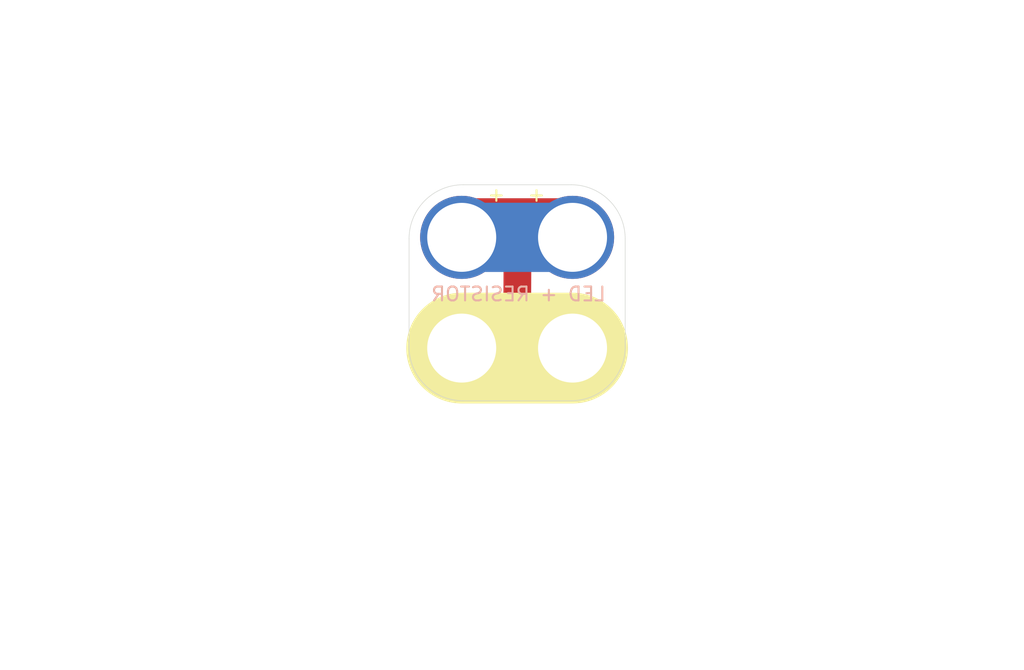
<source format=kicad_pcb>
(kicad_pcb (version 4) (host pcbnew 4.0.4+e1-6308~48~ubuntu16.04.1-stable)

  (general
    (links 0)
    (no_connects 0)
    (area 104.572999 74.854999 178.510001 123.265001)
    (thickness 1.6)
    (drawings 17)
    (tracks 0)
    (zones 0)
    (modules 1)
    (nets 1)
  )

  (page USLetter)
  (title_block
    (title "2x2 Resistor-limited SMT LED Module")
    (date "December 15, 2016")
    (rev 1.0)
    (company "All rights reserved.")
    (comment 1 help@browndoggadgets.com)
    (comment 2 http://browndoggadgets.com/)
    (comment 3 "Brown Dog Gadgets")
  )

  (layers
    (0 F.Cu signal)
    (31 B.Cu signal)
    (34 B.Paste user)
    (35 F.Paste user)
    (36 B.SilkS user)
    (37 F.SilkS user)
    (38 B.Mask user)
    (39 F.Mask user)
    (44 Edge.Cuts user)
    (46 B.CrtYd user)
    (47 F.CrtYd user)
    (48 B.Fab user)
    (49 F.Fab user)
  )

  (setup
    (last_trace_width 0.254)
    (user_trace_width 0.1524)
    (user_trace_width 0.254)
    (user_trace_width 0.3302)
    (user_trace_width 0.508)
    (user_trace_width 0.762)
    (user_trace_width 1.27)
    (trace_clearance 0.254)
    (zone_clearance 0.508)
    (zone_45_only no)
    (trace_min 0.1524)
    (segment_width 0.1524)
    (edge_width 0.1524)
    (via_size 0.6858)
    (via_drill 0.3302)
    (via_min_size 0.6858)
    (via_min_drill 0.3302)
    (user_via 0.6858 0.3302)
    (user_via 0.762 0.4064)
    (user_via 0.8636 0.508)
    (uvia_size 0.6858)
    (uvia_drill 0.3302)
    (uvias_allowed no)
    (uvia_min_size 0)
    (uvia_min_drill 0)
    (pcb_text_width 0.1524)
    (pcb_text_size 1.016 1.016)
    (mod_edge_width 0.1524)
    (mod_text_size 1.016 1.016)
    (mod_text_width 0.1524)
    (pad_size 1.524 1.524)
    (pad_drill 0.762)
    (pad_to_mask_clearance 0.0762)
    (solder_mask_min_width 0.1016)
    (pad_to_paste_clearance -0.0762)
    (aux_axis_origin 0 0)
    (visible_elements FFFEDF7D)
    (pcbplotparams
      (layerselection 0x310fc_80000001)
      (usegerberextensions true)
      (excludeedgelayer true)
      (linewidth 0.100000)
      (plotframeref false)
      (viasonmask false)
      (mode 1)
      (useauxorigin false)
      (hpglpennumber 1)
      (hpglpenspeed 20)
      (hpglpendiameter 15)
      (hpglpenoverlay 2)
      (psnegative false)
      (psa4output false)
      (plotreference true)
      (plotvalue true)
      (plotinvisibletext false)
      (padsonsilk false)
      (subtractmaskfromsilk false)
      (outputformat 1)
      (mirror false)
      (drillshape 0)
      (scaleselection 1)
      (outputdirectory gerbers))
  )

  (net 0 "")

  (net_class Default "This is the default net class."
    (clearance 0.254)
    (trace_width 0.254)
    (via_dia 0.6858)
    (via_drill 0.3302)
    (uvia_dia 0.6858)
    (uvia_drill 0.3302)
  )

  (module Rewire_Circuits:LED-LIMITED-SMT-1206-2x2 (layer F.Cu) (tedit 58531B95) (tstamp 58532ED1)
    (at 137.9 100)
    (descr "1206 surface mount centered 2x2")
    (fp_text reference "LED + RESISTOR" (at 4.1 -3.9) (layer B.SilkS)
      (effects (font (size 1 1) (thickness 0.15)) (justify mirror))
    )
    (fp_text value 1206-SMT-2x2 (at 4.1 -3.9) (layer F.Fab) hide
      (effects (font (size 1 1) (thickness 0.15)))
    )
    (fp_line (start 3 -3) (end 3 -2) (layer F.Fab) (width 0.04064))
    (fp_line (start 5 -3) (end 3 -3) (layer F.Fab) (width 0.04064))
    (fp_line (start 5 3) (end 5 -3) (layer F.Fab) (width 0.04064))
    (fp_line (start 3 3) (end 5 3) (layer F.Fab) (width 0.04064))
    (fp_line (start 3 -2) (end 3 3) (layer F.Fab) (width 0.04064))
    (fp_line (start 3 -5) (end 3 -11) (layer F.Fab) (width 0.04064))
    (fp_line (start 5 -5) (end 3 -5) (layer F.Fab) (width 0.04064))
    (fp_line (start 5 -11) (end 5 -5) (layer F.Fab) (width 0.04064))
    (fp_line (start 3 -11) (end 5 -11) (layer F.Fab) (width 0.04064))
    (fp_text user - (at 4 2) (layer F.Fab)
      (effects (font (size 1 1) (thickness 0.15)))
    )
    (fp_text user + (at 4 -2) (layer F.Fab)
      (effects (font (size 1 1) (thickness 0.15)))
    )
    (fp_text user LED (at 4 0 90) (layer F.Fab)
      (effects (font (size 1 1) (thickness 0.15)))
    )
    (fp_text user RES (at 4 -8 90) (layer F.Fab)
      (effects (font (size 1 1) (thickness 0.15)))
    )
    (fp_line (start 0 0) (end 8 0) (layer F.SilkS) (width 8))
    (fp_text user %R (at 3.95 -4) (layer F.Fab)
      (effects (font (size 1 1) (thickness 0.15)))
    )
    (fp_line (start -0.2 -9.825) (end 7.925 -9.825) (layer F.Cu) (width 2))
    (fp_line (start 0 0) (end 7.9 0) (layer B.Cu) (width 5))
    (fp_text user + (at 2.5 -11.1) (layer F.SilkS)
      (effects (font (size 1 1) (thickness 0.15)))
    )
    (fp_text user + (at 5.4 -11.1) (layer F.SilkS)
      (effects (font (size 1 1) (thickness 0.15)))
    )
    (fp_line (start 0 0) (end 7.9 0) (layer B.Mask) (width 5))
    (fp_line (start 0 -8) (end 7.9 -8) (layer B.Cu) (width 5))
    (fp_line (start 0 -8) (end 7.9 -8) (layer B.Mask) (width 5))
    (fp_line (start 4 -1.85) (end 4.025 -6.275) (layer F.Cu) (width 2))
    (fp_line (start 0.05 1.75) (end 8.175 1.75) (layer F.Cu) (width 2))
    (fp_line (start 7.9 -11.8) (end 0.1 -11.8) (layer F.Fab) (width 0.04064))
    (fp_line (start 7.9 3.8) (end 0.1 3.8) (layer F.Fab) (width 0.04064))
    (fp_line (start 11.8 -0.1) (end 11.8 -7.9) (layer F.Fab) (width 0.04064))
    (fp_line (start -3.8 -0.1) (end -3.8 -7.9) (layer F.Fab) (width 0.04064))
    (fp_arc (start 7.9 -7.9) (end 7.9 -11.8) (angle 90) (layer F.Fab) (width 0.04064))
    (fp_arc (start 7.9 -0.1) (end 11.8 -0.1) (angle 90) (layer F.Fab) (width 0.04064))
    (fp_arc (start 0.1 -0.1) (end 0.1 3.8) (angle 90) (layer F.Fab) (width 0.04064))
    (fp_arc (start 0.1 -7.9) (end -3.8 -7.9) (angle 90) (layer F.Fab) (width 0.04064))
    (fp_line (start 7.9 -11.8) (end 0.1 -11.8) (layer Edge.Cuts) (width 0.04064))
    (fp_line (start 7.9 3.8) (end 0.1 3.8) (layer Edge.Cuts) (width 0.04064))
    (fp_line (start 11.8 -0.1) (end 11.8 -7.9) (layer Edge.Cuts) (width 0.04064))
    (fp_line (start -3.8 -0.1) (end -3.8 -7.9) (layer Edge.Cuts) (width 0.04064))
    (fp_arc (start 7.9 -7.9) (end 7.9 -11.8) (angle 90) (layer Edge.Cuts) (width 0.04064))
    (fp_arc (start 7.9 -0.1) (end 11.8 -0.1) (angle 90) (layer Edge.Cuts) (width 0.04064))
    (fp_arc (start 0.1 -0.1) (end 0.1 3.8) (angle 90) (layer Edge.Cuts) (width 0.04064))
    (fp_arc (start 0.1 -7.9) (end -3.8 -7.9) (angle 90) (layer Edge.Cuts) (width 0.04064))
    (pad 1 smd rect (at 4 -9.81) (size 1.6 1.5) (layers F.Cu F.Paste F.Mask))
    (pad 2 thru_hole circle (at 0 0) (size 6 6) (drill 4.98) (layers *.Cu *.Mask))
    (pad 1 thru_hole circle (at 0 -8) (size 6 6) (drill 4.98) (layers *.Cu *.Mask))
    (pad 1 thru_hole circle (at 8 -8) (size 6 6) (drill 4.98) (layers *.Cu *.Mask))
    (pad 2 thru_hole circle (at 8 0) (size 6 6) (drill 4.98) (layers *.Cu *.Mask))
    (pad 3 smd rect (at 4 -6.39) (size 1.6 1.5) (layers F.Cu F.Paste F.Mask))
    (pad 2 smd rect (at 4 1.71) (size 1.6 1.5) (layers F.Cu F.Paste F.Mask))
    (pad 3 smd rect (at 4 -1.71) (size 1.6 1.5) (layers F.Cu F.Paste F.Mask))
  )

  (gr_circle (center 117.348 76.962) (end 118.618 76.962) (layer Dwgs.User) (width 0.15))
  (gr_line (start 114.427 78.994) (end 114.427 74.93) (angle 90) (layer Dwgs.User) (width 0.15))
  (gr_line (start 120.269 78.994) (end 114.427 78.994) (angle 90) (layer Dwgs.User) (width 0.15))
  (gr_line (start 120.269 74.93) (end 120.269 78.994) (angle 90) (layer Dwgs.User) (width 0.15))
  (gr_line (start 114.427 74.93) (end 120.269 74.93) (angle 90) (layer Dwgs.User) (width 0.15))
  (gr_line (start 120.523 93.98) (end 104.648 93.98) (angle 90) (layer Dwgs.User) (width 0.15))
  (gr_line (start 173.355 102.235) (end 173.355 94.615) (angle 90) (layer Dwgs.User) (width 0.15))
  (gr_line (start 178.435 102.235) (end 173.355 102.235) (angle 90) (layer Dwgs.User) (width 0.15))
  (gr_line (start 178.435 94.615) (end 178.435 102.235) (angle 90) (layer Dwgs.User) (width 0.15))
  (gr_line (start 173.355 94.615) (end 178.435 94.615) (angle 90) (layer Dwgs.User) (width 0.15))
  (gr_line (start 109.093 123.19) (end 109.093 114.3) (angle 90) (layer Dwgs.User) (width 0.15))
  (gr_line (start 122.428 123.19) (end 109.093 123.19) (angle 90) (layer Dwgs.User) (width 0.15))
  (gr_line (start 122.428 114.3) (end 122.428 123.19) (angle 90) (layer Dwgs.User) (width 0.15))
  (gr_line (start 109.093 114.3) (end 122.428 114.3) (angle 90) (layer Dwgs.User) (width 0.15))
  (gr_line (start 104.648 93.98) (end 104.648 82.55) (angle 90) (layer Dwgs.User) (width 0.15))
  (gr_line (start 120.523 82.55) (end 120.523 93.98) (angle 90) (layer Dwgs.User) (width 0.15))
  (gr_line (start 104.648 82.55) (end 120.523 82.55) (angle 90) (layer Dwgs.User) (width 0.15))

)

</source>
